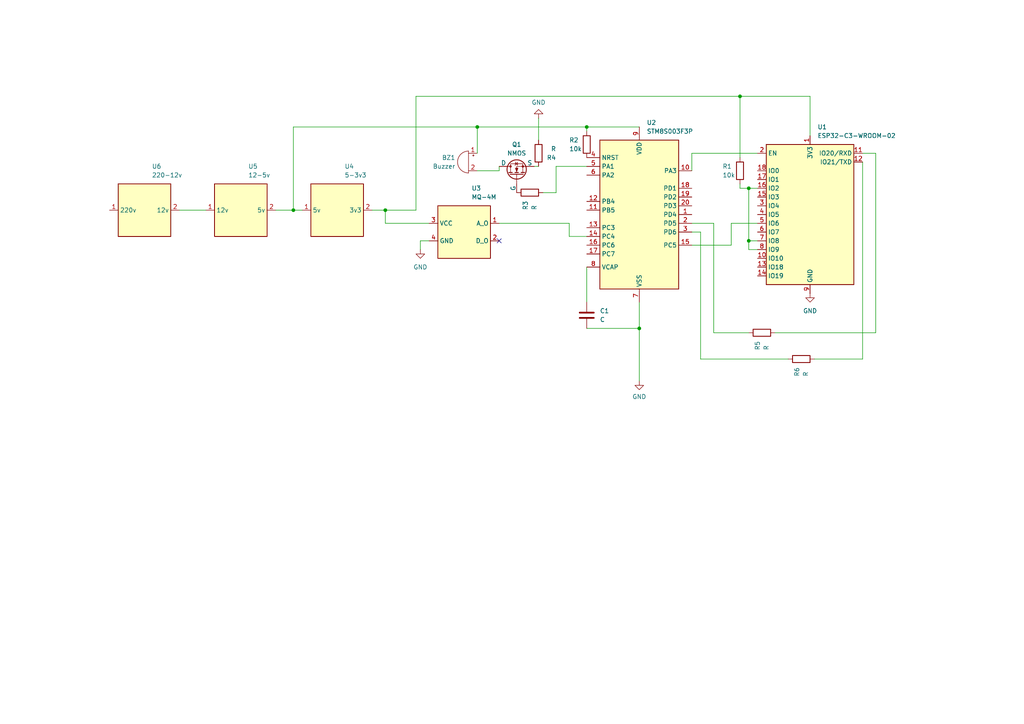
<source format=kicad_sch>
(kicad_sch (version 20250114) (generator "eeschema") (generator_version "9.0")
  (paper "A4")
  (lib_symbols
    (symbol "Device:Buzzer" (pin_names (offset 0.0254) (hide yes))
      (property "Reference" "BZ" (at 3.81 1.27 0))
      (property "Value" "Buzzer" (at 3.81 -1.27 0))
      (symbol "Buzzer_0_1"
        (polyline (pts (xy -1.651 1.905) (xy -1.143 1.905)))
        (polyline (pts (xy -1.397 2.159) (xy -1.397 1.651)))
        (arc (start 0 3.175) (mid 3.1612 0) (end 0 -3.175))
        (polyline (pts (xy 0 3.175) (xy 0 -3.175)))
      )
      (symbol "Buzzer_1_1"
        (pin passive line (at -2.54 2.54 0) (length 2.54) (name "+") (number "1"))
        (pin passive line (at -2.54 -2.54 0) (length 2.54) (name "-") (number "2"))
      )
    )
    (symbol "Device:C" (pin_numbers (hide yes)) (pin_names (offset 0.254))
      (property "Reference" "C" (at 0.635 2.54 0))
      (property "Value" "C" (at 0.635 -2.54 0))
      (symbol "C_0_1"
        (polyline (pts (xy -2.032 0.762) (xy 2.032 0.762)) (stroke (width 0.508)))
        (polyline (pts (xy -2.032 -0.762) (xy 2.032 -0.762)) (stroke (width 0.508)))
      )
      (symbol "C_1_1"
        (pin passive line (at 0 3.81 270) (length 2.794) (name "~") (number "1"))
        (pin passive line (at 0 -3.81 90) (length 2.794) (name "~") (number "2"))
      )
    )
    (symbol "Device:R" (pin_numbers (hide yes)) (pin_names (offset 0))
      (property "Reference" "R" (at 2.032 0 90))
      (property "Value" "R" (at 0 0 90))
      (symbol "R_0_1"
        (rectangle (start -1.016 -2.54) (end 1.016 2.54) (stroke (width 0.254)))
      )
      (symbol "R_1_1"
        (pin passive line (at 0 3.81 270) (length 1.27) (name "~") (number "1"))
        (pin passive line (at 0 -3.81 90) (length 1.27) (name "~") (number "2"))
      )
    )
    (symbol "MCU_ST_STM8:STM8S003F3P"
      (property "Reference" "U2" (at 2.1433 26.67 0))
      (property "Value" "STM8S003F3P" (at 2.1433 24.13 0))
      (symbol "STM8S003F3P_0_1"
        (rectangle (start -11.43 21.59) (end 11.43 -21.59) (stroke (width 0.254)) (fill (type background)))
      )
      (symbol "STM8S003F3P_1_1"
        (pin input line (at -15.24 16.51 0) (length 3.81) (name "NRST") (number "4"))
        (pin bidirectional line (at -15.24 13.97 0) (length 3.81) (name "PA1") (number "5"))
        (pin bidirectional line (at -15.24 11.43 0) (length 3.81) (name "PA2") (number "6"))
        (pin bidirectional line (at -15.24 3.81 0) (length 3.81) (name "PB4") (number "12"))
        (pin bidirectional line (at -15.24 1.27 0) (length 3.81) (name "PB5") (number "11"))
        (pin bidirectional line (at -15.24 -3.81 0) (length 3.81) (name "PC3") (number "13"))
        (pin bidirectional line (at -15.24 -6.35 0) (length 3.81) (name "PC4") (number "14"))
        (pin bidirectional line (at -15.24 -8.89 0) (length 3.81) (name "PC6") (number "16"))
        (pin bidirectional line (at -15.24 -11.43 0) (length 3.81) (name "PC7") (number "17"))
        (pin passive line (at -15.24 -15.24 0) (length 3.81) (name "VCAP") (number "8"))
        (pin power_in line (at 0 25.4 270) (length 3.81) (name "VDD") (number "9"))
        (pin power_in line (at 0 -25.4 90) (length 3.81) (name "VSS") (number "7"))
        (pin bidirectional line (at 15.24 12.7 180) (length 3.81) (name "PA3") (number "10"))
        (pin bidirectional line (at 15.24 7.62 180) (length 3.81) (name "PD1") (number "18"))
        (pin bidirectional line (at 15.24 5.08 180) (length 3.81) (name "PD2") (number "19"))
        (pin bidirectional line (at 15.24 2.54 180) (length 3.81) (name "PD3") (number "20"))
        (pin bidirectional line (at 15.24 0 180) (length 3.81) (name "PD4") (number "1"))
        (pin bidirectional line (at 15.24 -2.54 180) (length 3.81) (name "PD5") (number "2"))
        (pin bidirectional line (at 15.24 -5.08 180) (length 3.81) (name "PD6") (number "3"))
        (pin bidirectional line (at 15.24 -8.89 180) (length 3.81) (name "PC5") (number "15"))
      )
    )
    (symbol "MQ-6_1"
      (property "Reference" "U4" (at 2.1433 12.7 0))
      (property "Value" "5-3v3" (at 2.1433 10.16 0))
      (symbol "MQ-6_1_0_1"
        (rectangle (start -7.62 7.62) (end 7.62 -7.62) (stroke (width 0.254)) (fill (type background)))
      )
      (symbol "MQ-6_1_1_1"
        (pin passive line (at -10.16 0 0) (length 2.54) (name "5v") (number "1"))
        (pin passive line (at 10.16 0 180) (length 2.54) (name "3v3") (number "2"))
      )
    )
    (symbol "MQ-6_2"
      (property "Reference" "U5" (at 2.1433 12.7 0))
      (property "Value" "12-5v" (at 2.1433 10.16 0))
      (symbol "MQ-6_2_0_1"
        (rectangle (start -7.62 7.62) (end 7.62 -7.62) (stroke (width 0.254)) (fill (type background)))
      )
      (symbol "MQ-6_2_1_1"
        (pin passive line (at -10.16 0 0) (length 2.54) (name "12v") (number "1"))
        (pin passive line (at 10.16 0 180) (length 2.54) (name "5v") (number "2"))
      )
    )
    (symbol "MQ-6_3"
      (property "Reference" "U6" (at 2.1433 12.7 0))
      (property "Value" "220-12v" (at 2.1433 10.16 0))
      (symbol "MQ-6_3_0_1"
        (rectangle (start -7.62 7.62) (end 7.62 -7.62) (stroke (width 0.254)) (fill (type background)))
      )
      (symbol "MQ-6_3_1_1"
        (pin passive line (at -10.16 0 0) (length 2.54) (name "220v") (number "1"))
        (pin passive line (at 10.16 0 180) (length 2.54) (name "12v") (number "2"))
      )
    )
    (symbol "RF_Module:ESP32-C3-WROOM-02"
      (property "Reference" "U" (at -12.192 21.336 0))
      (property "Value" "ESP32-C3-WROOM-02" (at 12.192 21.336 0))
      (symbol "ESP32-C3-WROOM-02_1_1"
        (rectangle (start -12.7 20.32) (end 12.7 -20.32) (stroke (width 0.254)) (fill (type background)))
        (pin input line (at -15.24 17.78 0) (length 2.54) (name "EN") (number "2"))
        (pin bidirectional line (at -15.24 12.7 0) (length 2.54) (name "IO0") (number "18"))
        (pin bidirectional line (at -15.24 10.16 0) (length 2.54) (name "IO1") (number "17"))
        (pin bidirectional line (at -15.24 7.62 0) (length 2.54) (name "IO2") (number "16"))
        (pin bidirectional line (at -15.24 5.08 0) (length 2.54) (name "IO3") (number "15"))
        (pin bidirectional line (at -15.24 2.54 0) (length 2.54) (name "IO4") (number "3"))
        (pin bidirectional line (at -15.24 0 0) (length 2.54) (name "IO5") (number "4"))
        (pin bidirectional line (at -15.24 -2.54 0) (length 2.54) (name "IO6") (number "5"))
        (pin bidirectional line (at -15.24 -5.08 0) (length 2.54) (name "IO7") (number "6"))
        (pin bidirectional line (at -15.24 -7.62 0) (length 2.54) (name "IO8") (number "7"))
        (pin bidirectional line (at -15.24 -10.16 0) (length 2.54) (name "IO9") (number "8"))
        (pin bidirectional line (at -15.24 -12.7 0) (length 2.54) (name "IO10") (number "10"))
        (pin bidirectional line (at -15.24 -15.24 0) (length 2.54) (name "IO18") (number "13"))
        (pin bidirectional line (at -15.24 -17.78 0) (length 2.54) (name "IO19") (number "14"))
        (pin power_in line (at 0 22.86 270) (length 2.54) (name "3V3") (number "1"))
        (pin passive line (at 0 -22.86 90) (length 2.54) (hide yes) (name "GND") (number "19"))
        (pin power_in line (at 0 -22.86 90) (length 2.54) (name "GND") (number "9"))
        (pin bidirectional line (at 15.24 17.78 180) (length 2.54) (name "IO20/RXD") (number "11"))
        (pin bidirectional line (at 15.24 15.24 180) (length 2.54) (name "IO21/TXD") (number "12"))
      )
    )
    (symbol "Sensor_Gas:MQ-6"
      (property "Reference" "U3" (at 2.1433 12.7 0))
      (property "Value" "MQ-4M" (at 2.1433 10.16 0))
      (symbol "MQ-6_0_1"
        (rectangle (start -7.62 7.62) (end 7.62 -7.62) (stroke (width 0.254)) (fill (type background)))
      )
      (symbol "MQ-6_1_1"
        (pin passive line (at -10.16 2.54 0) (length 2.54) (name "VCC") (number "3"))
        (pin passive line (at -10.16 -2.54 0) (length 2.54) (name "GND") (number "4"))
        (pin passive line (at 10.16 2.54 180) (length 2.54) (name "A_O") (number "1"))
        (pin passive line (at 10.16 -2.54 180) (length 2.54) (name "D_O") (number "2"))
      )
    )
    (symbol "Simulation_SPICE:NMOS" (pin_numbers (hide yes)) (pin_names (offset 0))
      (property "Reference" "Q" (at 5.08 1.27 0))
      (property "Value" "NMOS" (at 5.08 -1.27 0))
      (symbol "NMOS_0_1"
        (polyline (pts (xy 0.254 1.905) (xy 0.254 -1.905)) (stroke (width 0.254)))
        (polyline (pts (xy 0.254 0) (xy -2.54 0)))
        (polyline (pts (xy 0.762 2.286) (xy 0.762 1.27)) (stroke (width 0.254)))
        (polyline (pts (xy 0.762 0.508) (xy 0.762 -0.508)) (stroke (width 0.254)))
        (polyline (pts (xy 0.762 -1.27) (xy 0.762 -2.286)) (stroke (width 0.254)))
        (polyline (pts (xy 0.762 -1.778) (xy 3.302 -1.778) (xy 3.302 1.778) (xy 0.762 1.778)))
        (polyline (pts (xy 1.016 0) (xy 2.032 0.381) (xy 2.032 -0.381) (xy 1.016 0)) (fill (type outline)))
        (circle (center 1.651 0) (radius 2.794) (stroke (width 0.254)))
        (polyline (pts (xy 2.54 2.54) (xy 2.54 1.778)))
        (circle (center 2.54 1.778) (radius 0.254) (fill (type outline)))
        (circle (center 2.54 -1.778) (radius 0.254) (fill (type outline)))
        (polyline (pts (xy 2.54 -2.54) (xy 2.54 0) (xy 0.762 0)))
        (polyline (pts (xy 2.794 0.508) (xy 2.921 0.381) (xy 3.683 0.381) (xy 3.81 0.254)))
        (polyline (pts (xy 3.302 0.381) (xy 2.921 -0.254) (xy 3.683 -0.254) (xy 3.302 0.381)))
      )
      (symbol "NMOS_1_1"
        (pin input line (at -5.08 0 0) (length 2.54) (name "G") (number "2"))
        (pin passive line (at 2.54 5.08 270) (length 2.54) (name "D") (number "1"))
        (pin passive line (at 2.54 -5.08 90) (length 2.54) (name "S") (number "3"))
      )
    )
    (symbol "power:GND" (power) (pin_numbers (hide yes)) (pin_names (offset 0) (hide yes))
      (property "Value" "GND" (at 0 -3.81 0))
      (symbol "GND_0_1"
        (polyline (pts (xy 0 0) (xy 0 -1.27) (xy 1.27 -1.27) (xy 0 -2.54) (xy -1.27 -1.27) (xy 0 -1.27)))
      )
      (symbol "GND_1_1"
        (pin power_in line (at 0 0 270) (length 0) (name "~") (number "1"))
      )
    )
  )
  (junction (at 217.17 54.61))
  (junction (at 185.42 95.25))
  (junction (at 85.09 60.96))
  (junction (at 214.63 27.94))
  (junction (at 111.76 60.96))
  (junction (at 217.17 69.85))
  (junction (at 170.18 36.83))
  (junction (at 138.43 36.83))
  (no_connect (at 144.78 69.85))
  (wire (pts (xy 217.17 72.39) (xy 217.17 69.85)))
  (wire (pts (xy 156.21 48.26) (xy 154.94 48.26)))
  (wire (pts (xy 85.09 36.83) (xy 85.09 60.96)))
  (wire (pts (xy 217.17 54.61) (xy 219.71 54.61)))
  (wire (pts (xy 200.66 64.77) (xy 207.01 64.77)))
  (wire (pts (xy 214.63 54.61) (xy 217.17 54.61)))
  (wire (pts (xy 120.65 60.96) (xy 111.76 60.96)))
  (wire (pts (xy 165.1 68.58) (xy 165.1 64.77)))
  (wire (pts (xy 185.42 110.49) (xy 185.42 95.25)))
  (wire (pts (xy 224.79 96.52) (xy 254 96.52)))
  (wire (pts (xy 214.63 27.94) (xy 214.63 45.72)))
  (wire (pts (xy 200.66 49.53) (xy 200.66 44.45)))
  (wire (pts (xy 161.29 55.88) (xy 161.29 48.26)))
  (wire (pts (xy 254 44.45) (xy 250.19 44.45)))
  (wire (pts (xy 124.46 69.85) (xy 121.92 69.85)))
  (wire (pts (xy 214.63 27.94) (xy 234.95 27.94)))
  (wire (pts (xy 156.21 34.29) (xy 156.21 40.64)))
  (wire (pts (xy 250.19 104.14) (xy 250.19 46.99)))
  (wire (pts (xy 120.65 27.94) (xy 120.65 60.96)))
  (wire (pts (xy 80.01 60.96) (xy 85.09 60.96)))
  (wire (pts (xy 212.09 71.12) (xy 212.09 64.77)))
  (wire (pts (xy 144.78 64.77) (xy 165.1 64.77)))
  (wire (pts (xy 111.76 64.77) (xy 111.76 60.96)))
  (wire (pts (xy 200.66 71.12) (xy 212.09 71.12)))
  (wire (pts (xy 161.29 48.26) (xy 170.18 48.26)))
  (wire (pts (xy 214.63 54.61) (xy 214.63 53.34)))
  (wire (pts (xy 85.09 60.96) (xy 87.63 60.96)))
  (wire (pts (xy 107.95 60.96) (xy 111.76 60.96)))
  (wire (pts (xy 219.71 69.85) (xy 217.17 69.85)))
  (wire (pts (xy 170.18 95.25) (xy 185.42 95.25)))
  (wire (pts (xy 138.43 36.83) (xy 170.18 36.83)))
  (wire (pts (xy 217.17 69.85) (xy 217.17 54.61)))
  (wire (pts (xy 85.09 36.83) (xy 138.43 36.83)))
  (wire (pts (xy 207.01 96.52) (xy 217.17 96.52)))
  (wire (pts (xy 144.78 49.53) (xy 144.78 48.26)))
  (wire (pts (xy 138.43 36.83) (xy 138.43 44.45)))
  (wire (pts (xy 203.2 67.31) (xy 203.2 104.14)))
  (wire (pts (xy 138.43 49.53) (xy 144.78 49.53)))
  (wire (pts (xy 185.42 87.63) (xy 185.42 95.25)))
  (wire (pts (xy 170.18 68.58) (xy 165.1 68.58)))
  (wire (pts (xy 234.95 39.37) (xy 234.95 27.94)))
  (wire (pts (xy 236.22 104.14) (xy 250.19 104.14)))
  (wire (pts (xy 203.2 104.14) (xy 228.6 104.14)))
  (wire (pts (xy 200.66 67.31) (xy 203.2 67.31)))
  (wire (pts (xy 212.09 64.77) (xy 219.71 64.77)))
  (wire (pts (xy 254 44.45) (xy 254 96.52)))
  (wire (pts (xy 200.66 44.45) (xy 219.71 44.45)))
  (wire (pts (xy 170.18 36.83) (xy 185.42 36.83)))
  (wire (pts (xy 207.01 64.77) (xy 207.01 96.52)))
  (wire (pts (xy 157.48 55.88) (xy 161.29 55.88)))
  (wire (pts (xy 219.71 72.39) (xy 217.17 72.39)))
  (wire (pts (xy 170.18 36.83) (xy 170.18 38.1)))
  (wire (pts (xy 52.07 60.96) (xy 59.69 60.96)))
  (wire (pts (xy 120.65 27.94) (xy 214.63 27.94)))
  (wire (pts (xy 121.92 69.85) (xy 121.92 72.39)))
  (wire (pts (xy 111.76 64.77) (xy 124.46 64.77)))
  (wire (pts (xy 170.18 77.47) (xy 170.18 87.63)))
  (symbol (lib_name "MQ-6_3") (lib_id "Sensor_Gas:MQ-6") (at 41.91 60.96 0) (unit 1)
    (property "Reference" "U6" (at 44.0533 48.26 0) (effects (justify left)))
    (property "Value" "220-12v" (at 44.0533 50.8 0) (effects (justify left)))
    (property "Footprint" "Sensor:MQ-6" (effects (hide yes)))
    (property "Datasheet" "https://www.winsen-sensor.com/d/files/semiconductor/mq-6.pdf" (effects (hide yes)))
    (property "Description" "Semiconductor Sensor for Flammable Gas" (effects (hide yes)))
  )
  (symbol (lib_name "MQ-6_2") (lib_id "Sensor_Gas:MQ-6") (at 69.85 60.96 0) (unit 1)
    (property "Reference" "U5" (at 71.9933 48.26 0) (effects (justify left)))
    (property "Value" "12-5v" (at 71.9933 50.8 0) (effects (justify left)))
    (property "Footprint" "Sensor:MQ-6" (effects (hide yes)))
    (property "Datasheet" "https://www.winsen-sensor.com/d/files/semiconductor/mq-6.pdf" (effects (hide yes)))
    (property "Description" "Semiconductor Sensor for Flammable Gas" (effects (hide yes)))
  )
  (symbol (lib_id "Sensor_Gas:MQ-6") (at 134.62 67.31 0) (unit 1)
    (property "Reference" "U3" (at 136.7633 54.61 0) (effects (justify left)))
    (property "Value" "MQ-4M" (at 136.7633 57.15 0) (effects (justify left)))
    (property "Footprint" "Sensor:MQ-6" (effects (hide yes)))
    (property "Datasheet" "https://www.winsen-sensor.com/d/files/semiconductor/mq-6.pdf" (effects (hide yes)))
    (property "Description" "Semiconductor Sensor for Flammable Gas" (effects (hide yes)))
  )
  (symbol (lib_id "Device:C") (at 170.18 91.44 0) (unit 1)
    (property "Reference" "C1" (at 173.99 90.1699 0) (effects (justify left)))
    (property "Value" "C" (at 173.99 92.7099 0) (effects (justify left)))
    (property "Description" "Unpolarized capacitor" (effects (hide yes)))
  )
  (symbol (lib_id "Simulation_SPICE:NMOS") (at 149.86 50.8 90) (unit 1)
    (property "Reference" "Q1" (at 149.86 41.91 90))
    (property "Value" "NMOS" (at 149.86 44.45 90))
    (property "Datasheet" "https://ngspice.sourceforge.io/docs/ngspice-html-manual/manual.xhtml#cha_MOSFETs" (effects (hide yes)))
    (property "Description" "N-MOSFET transistor, drain/source/gate" (effects (hide yes)))
    (property "Sim.Device" "NMOS" (effects (hide yes)))
    (property "Sim.Type" "VDMOS" (effects (hide yes)))
    (property "Sim.Pins" "1=D 2=G 3=S" (effects (hide yes)))
  )
  (symbol (lib_id "Device:R") (at 214.63 49.53 0) (unit 1)
    (property "Reference" "R1" (at 209.55 48.26 0) (effects (justify left)))
    (property "Value" "10k" (at 209.55 50.8 0) (effects (justify left)))
    (property "Description" "Resistor" (effects (hide yes)))
  )
  (symbol (lib_id "Device:R") (at 170.18 41.91 0) (unit 1)
    (property "Reference" "R2" (at 165.1 40.64 0) (effects (justify left)))
    (property "Value" "10k" (at 165.1 43.18 0) (effects (justify left)))
    (property "Description" "Resistor" (effects (hide yes)))
  )
  (symbol (lib_id "MCU_ST_STM8:STM8S003F3P") (at 185.42 62.23 0) (unit 1)
    (property "Reference" "U2" (at 187.5633 35.56 0) (effects (justify left)))
    (property "Value" "STM8S003F3P" (at 187.5633 38.1 0) (effects (justify left)))
    (property "Footprint" "Package_SO:TSSOP-20_4.4x6.5mm_P0.65mm" (effects (hide yes)))
    (property "Datasheet" "http://www.st.com/st-web-ui/static/active/en/resource/technical/document/datasheet/DM00024550.pdf" (effects (hide yes)))
    (property "Description" "16MHz, 8K Flash, 1K RAM, 128 EEPROM, USART, I²C, SPI, TSSOP-20" (effects (hide yes)))
  )
  (symbol (lib_id "Device:R") (at 232.41 104.14 90) (unit 1)
    (property "Reference" "R6" (at 231.14 109.22 0) (effects (justify left)))
    (property "Value" "R" (at 233.68 109.22 0) (effects (justify left)))
    (property "Description" "Resistor" (effects (hide yes)))
  )
  (symbol (lib_id "power:GND") (at 121.92 72.39 0) (unit 1)
    (property "Reference" "#PWR01" (effects (hide yes)))
    (property "Value" "GND" (at 121.92 77.47 0))
    (property "Description" "Power symbol creates a global label with name \"GND\" , ground" (effects (hide yes)))
  )
  (symbol (lib_id "RF_Module:ESP32-C3-WROOM-02") (at 234.95 62.23 0) (unit 1)
    (property "Reference" "U1" (at 237.0933 36.83 0) (effects (justify left)))
    (property "Value" "ESP32-C3-WROOM-02" (at 237.0933 39.37 0) (effects (justify left)))
    (property "Footprint" "RF_Module:ESP32-C3-WROOM-02" (effects (hide yes)))
    (property "Datasheet" "https://www.espressif.com/sites/default/files/documentation/esp32-c3-wroom-02_datasheet_en.pdf" (effects (hide yes)))
    (property "Description" "802.11 b/g/n Wi­Fi and Bluetooth 5 module, ESP32­C3 SoC, RISC­V microprocessor, On-board antenna" (effects (hide yes)))
  )
  (symbol (lib_id "Device:R") (at 156.21 44.45 180) (unit 1)
    (property "Reference" "R4" (at 161.29 45.72 0) (effects (justify left)))
    (property "Value" "R" (at 161.29 43.18 0) (effects (justify left)))
    (property "Description" "Resistor" (effects (hide yes)))
  )
  (symbol (lib_id "Device:R") (at 220.98 96.52 90) (unit 1)
    (property "Reference" "R5" (at 219.71 101.6 0) (effects (justify left)))
    (property "Value" "R" (at 222.25 101.6 0) (effects (justify left)))
    (property "Description" "Resistor" (effects (hide yes)))
  )
  (symbol (lib_id "power:GND") (at 156.21 34.29 180) (unit 1)
    (property "Reference" "#PWR04" (effects (hide yes)))
    (property "Value" "GND" (at 156.21 29.718 0))
    (property "Description" "Power symbol creates a global label with name \"GND\" , ground" (effects (hide yes)))
  )
  (symbol (lib_id "power:GND") (at 185.42 110.49 0) (unit 1)
    (property "Reference" "#PWR02" (effects (hide yes)))
    (property "Value" "GND" (at 185.42 115.062 0))
    (property "Description" "Power symbol creates a global label with name \"GND\" , ground" (effects (hide yes)))
  )
  (symbol (lib_id "Device:R") (at 153.67 55.88 90) (unit 1)
    (property "Reference" "R3" (at 152.4 60.96 0) (effects (justify left)))
    (property "Value" "R" (at 154.94 60.96 0) (effects (justify left)))
    (property "Description" "Resistor" (effects (hide yes)))
  )
  (symbol (lib_id "Device:Buzzer") (at 135.89 46.99 0) (mirror y) (unit 1)
    (property "Reference" "BZ1" (at 132.08 45.7199 0) (effects (justify left)))
    (property "Value" "Buzzer" (at 132.08 48.2599 0) (effects (justify left)))
    (property "Description" "Buzzer, polarized" (effects (hide yes)))
  )
  (symbol (lib_name "MQ-6_1") (lib_id "Sensor_Gas:MQ-6") (at 97.79 60.96 0) (unit 1)
    (property "Reference" "U4" (at 99.9333 48.26 0) (effects (justify left)))
    (property "Value" "5-3v3" (at 99.9333 50.8 0) (effects (justify left)))
    (property "Footprint" "Sensor:MQ-6" (effects (hide yes)))
    (property "Datasheet" "https://www.winsen-sensor.com/d/files/semiconductor/mq-6.pdf" (effects (hide yes)))
    (property "Description" "Semiconductor Sensor for Flammable Gas" (effects (hide yes)))
  )
  (symbol (lib_id "power:GND") (at 234.95 85.09 0) (unit 1)
    (property "Reference" "#PWR03" (effects (hide yes)))
    (property "Value" "GND" (at 234.95 90.17 0))
    (property "Description" "Power symbol creates a global label with name \"GND\" , ground" (effects (hide yes)))
  )
)
</source>
